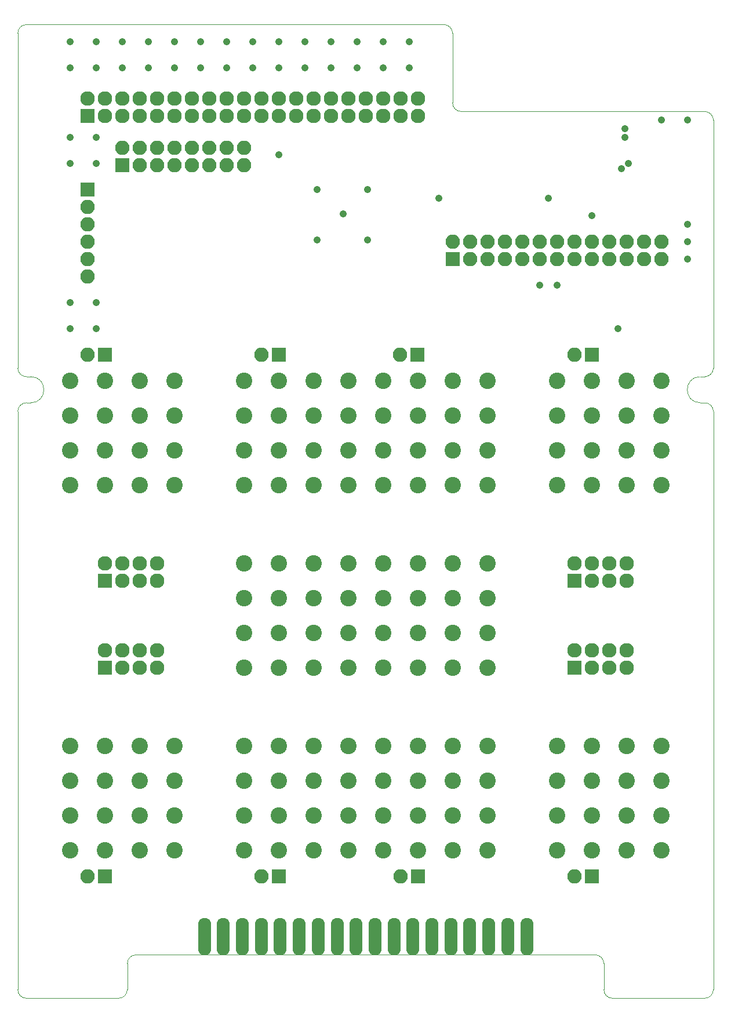
<source format=gbs>
G04 #@! TF.FileFunction,Soldermask,Bot*
%FSLAX46Y46*%
G04 Gerber Fmt 4.6, Leading zero omitted, Abs format (unit mm)*
G04 Created by KiCad (PCBNEW 4.0.7) date Monday, June 18, 2018 'PMt' 03:40:44 PM*
%MOMM*%
%LPD*%
G01*
G04 APERTURE LIST*
%ADD10C,0.020000*%
%ADD11C,0.100000*%
%ADD12O,1.924000X5.480000*%
%ADD13C,1.060400*%
%ADD14C,2.400000*%
%ADD15R,2.127200X2.127200*%
%ADD16O,2.127200X2.127200*%
%ADD17R,2.100000X2.100000*%
%ADD18O,2.100000X2.100000*%
G04 APERTURE END LIST*
D10*
D11*
X36068000Y-88900000D02*
X49530000Y-88900000D01*
X34798000Y-83820000D02*
X34798000Y-87630000D01*
X-33528000Y-82550000D02*
X33528000Y-82550000D01*
X-34798000Y-83820000D02*
X-34798000Y-87630000D01*
X34798000Y-83820000D02*
G75*
G03X33528000Y-82550000I-1270000J0D01*
G01*
X34798000Y-87630000D02*
G75*
G03X36068000Y-88900000I1270000J0D01*
G01*
X-33530217Y-82550002D02*
G75*
G03X-34798000Y-83820000I2217J-1269998D01*
G01*
X-34798000Y-87630000D02*
G75*
G02X-36068000Y-88900000I-1270000J0D01*
G01*
X-50800000Y-3175000D02*
G75*
G02X-49530000Y-1905000I1270000J0D01*
G01*
X-49530000Y-1905000D02*
X-48895000Y-1905000D01*
X-48895000Y1905000D02*
G75*
G02X-48895000Y-1905000I0J-1905000D01*
G01*
X-48895000Y1905000D02*
X-49530000Y1905000D01*
X-49530000Y1905000D02*
G75*
G02X-50800000Y3175000I0J1270000D01*
G01*
X-50800000Y52070000D02*
X-50800000Y3175000D01*
X-50800000Y52070000D02*
G75*
G02X-49530000Y53340000I1270000J0D01*
G01*
X11430000Y53340000D02*
X-49530000Y53340000D01*
X11430000Y53340000D02*
G75*
G02X12700000Y52070000I0J-1270000D01*
G01*
X12700000Y52070000D02*
X12700000Y41910000D01*
X13970000Y40640000D02*
G75*
G02X12700000Y41910000I0J1270000D01*
G01*
X13970000Y40640000D02*
X49530000Y40640000D01*
X49530000Y40640000D02*
G75*
G02X50800000Y39370000I0J-1270000D01*
G01*
X50800000Y3175000D02*
X50800000Y39370000D01*
X50800000Y3175000D02*
G75*
G02X49530000Y1905000I-1270000J0D01*
G01*
X48895000Y1905000D02*
X49530000Y1905000D01*
X48895000Y-1905000D02*
G75*
G02X48895000Y1905000I0J1905000D01*
G01*
X49530000Y-1905000D02*
X48895000Y-1905000D01*
X49530000Y-1905000D02*
G75*
G02X50800000Y-3175000I0J-1270000D01*
G01*
X50800000Y-87630000D02*
X50800000Y-3175000D01*
X50800000Y-87630000D02*
G75*
G02X49530000Y-88900000I-1270000J0D01*
G01*
X-49530000Y-88900000D02*
X-36068000Y-88900000D01*
X-49530000Y-88900000D02*
G75*
G02X-50800000Y-87630000I0J1270000D01*
G01*
X-50800000Y-3175000D02*
X-50800000Y-87630000D01*
D12*
X15227300Y-79862766D03*
X23533100Y-79862766D03*
X20764500Y-79862766D03*
X17995900Y-79862766D03*
X12458700Y-79862766D03*
X1384300Y-79862766D03*
X9690100Y-79862766D03*
X6921500Y-79862766D03*
X4152900Y-79862766D03*
X-1384300Y-79862766D03*
X-12458700Y-79862766D03*
X-4152900Y-79862766D03*
X-6921500Y-79862766D03*
X-9690100Y-79862766D03*
X-15227300Y-79862766D03*
X-23533100Y-79862766D03*
X-17995900Y-79862766D03*
X-20764500Y-79862766D03*
D13*
X38354000Y33020000D03*
X37846000Y38100000D03*
X37846000Y36830000D03*
X37338000Y32258000D03*
X36830000Y8890000D03*
X-12700000Y34290000D03*
X-43180000Y8890000D03*
X-39370000Y8890000D03*
X-39370000Y12700000D03*
X-43180000Y12700000D03*
X-39370000Y33020000D03*
X-43180000Y36830000D03*
X-39370000Y36830000D03*
X-43180000Y33020000D03*
X-5080000Y46990000D03*
X2540000Y46990000D03*
X6350000Y46990000D03*
X-8890000Y46990000D03*
X-1270000Y46990000D03*
X-35560000Y46990000D03*
X-31750000Y46990000D03*
X-39370000Y46990000D03*
X-27940000Y46990000D03*
X-20320000Y46990000D03*
X-43180000Y46990000D03*
X-24130000Y46990000D03*
X-12700000Y46990000D03*
X-16510000Y46990000D03*
X6350000Y50800000D03*
X2540000Y50800000D03*
X-5080000Y50800000D03*
X-8890000Y50800000D03*
X-12700000Y50800000D03*
X-16510000Y50800000D03*
X-1270000Y50800000D03*
X-20320000Y50800000D03*
X-24130000Y50800000D03*
X-27940000Y50800000D03*
X-31750000Y50800000D03*
X-35560000Y50800000D03*
X-39370000Y50800000D03*
X-43180000Y50800000D03*
X10668000Y27940000D03*
X25400000Y15240000D03*
X27940000Y15240000D03*
X46990000Y19050000D03*
X46990000Y21590000D03*
X46990000Y24130000D03*
X46990000Y39370000D03*
X43180000Y39370000D03*
X26670000Y27940000D03*
X33020000Y25400000D03*
X-7112000Y29210000D03*
X254000Y29210000D03*
X254000Y21844000D03*
X-7112000Y21844000D03*
D14*
X12700000Y-40640000D03*
X12700000Y-35560000D03*
X12700000Y-30480000D03*
X12700000Y-25400000D03*
X7620000Y-40640000D03*
X7620000Y-35560000D03*
X7620000Y-30480000D03*
X7620000Y-25400000D03*
X-2540000Y-25400000D03*
X-2540000Y-30480000D03*
X-2540000Y-35560000D03*
X-2540000Y-40640000D03*
X2540000Y-40640000D03*
X2540000Y-35560000D03*
X2540000Y-30480000D03*
X2540000Y-25400000D03*
D15*
X30480000Y-27940000D03*
D16*
X30480000Y-25400000D03*
X33020000Y-27940000D03*
X33020000Y-25400000D03*
X35560000Y-27940000D03*
X35560000Y-25400000D03*
X38100000Y-27940000D03*
X38100000Y-25400000D03*
D15*
X-38100000Y-27940000D03*
D16*
X-38100000Y-25400000D03*
X-35560000Y-27940000D03*
X-35560000Y-25400000D03*
X-33020000Y-27940000D03*
X-33020000Y-25400000D03*
X-30480000Y-27940000D03*
X-30480000Y-25400000D03*
D14*
X-43180000Y-13970000D03*
X-43180000Y-8890000D03*
X-43180000Y-3810000D03*
X-43180000Y1270000D03*
X-7620000Y-13970000D03*
X-7620000Y-8890000D03*
X-7620000Y-3810000D03*
X-7620000Y1270000D03*
X7620000Y-13970000D03*
X7620000Y-8890000D03*
X7620000Y-3810000D03*
X7620000Y1270000D03*
X2540000Y-13970000D03*
X2540000Y-8890000D03*
X2540000Y-3810000D03*
X2540000Y1270000D03*
X33020000Y-13970000D03*
X33020000Y-8890000D03*
X33020000Y-3810000D03*
X33020000Y1270000D03*
X27940000Y-13970000D03*
X27940000Y-8890000D03*
X27940000Y-3810000D03*
X27940000Y1270000D03*
X43180000Y-13970000D03*
X43180000Y-8890000D03*
X43180000Y-3810000D03*
X43180000Y1270000D03*
X38100000Y-13970000D03*
X38100000Y-8890000D03*
X38100000Y-3810000D03*
X38100000Y1270000D03*
X17780000Y-13970000D03*
X17780000Y-8890000D03*
X17780000Y-3810000D03*
X17780000Y1270000D03*
X12700000Y-13970000D03*
X12700000Y-8890000D03*
X12700000Y-3810000D03*
X12700000Y1270000D03*
X-2540000Y-13970000D03*
X-2540000Y-8890000D03*
X-2540000Y-3810000D03*
X-2540000Y1270000D03*
X-12700000Y-13970000D03*
X-12700000Y-8890000D03*
X-12700000Y-3810000D03*
X-12700000Y1270000D03*
X-17780000Y-13970000D03*
X-17780000Y-8890000D03*
X-17780000Y-3810000D03*
X-17780000Y1270000D03*
X-27940000Y-13970000D03*
X-27940000Y-8890000D03*
X-27940000Y-3810000D03*
X-27940000Y1270000D03*
X-33020000Y-13970000D03*
X-33020000Y-8890000D03*
X-33020000Y-3810000D03*
X-33020000Y1270000D03*
X-38100000Y-13970000D03*
X-38100000Y-8890000D03*
X-38100000Y-3810000D03*
X-38100000Y1270000D03*
X-17780000Y-25400000D03*
X-17780000Y-30480000D03*
X-17780000Y-35560000D03*
X-17780000Y-40640000D03*
X-12700000Y-25400000D03*
X-12700000Y-30480000D03*
X-12700000Y-35560000D03*
X-12700000Y-40640000D03*
X-7620000Y-25400000D03*
X-7620000Y-30480000D03*
X-7620000Y-35560000D03*
X-7620000Y-40640000D03*
D17*
X-40640000Y29210000D03*
D18*
X-40640000Y26670000D03*
X-40640000Y24130000D03*
X-40640000Y21590000D03*
X-40640000Y19050000D03*
X-40640000Y16510000D03*
D14*
X17780000Y-40640000D03*
X17780000Y-35560000D03*
X17780000Y-30480000D03*
X17780000Y-25400000D03*
X43180000Y-52070000D03*
X43180000Y-57150000D03*
X43180000Y-62230000D03*
X43180000Y-67310000D03*
X38100000Y-52070000D03*
X38100000Y-57150000D03*
X38100000Y-62230000D03*
X38100000Y-67310000D03*
X33020000Y-52070000D03*
X33020000Y-57150000D03*
X33020000Y-62230000D03*
X33020000Y-67310000D03*
X27940000Y-52070000D03*
X27940000Y-57150000D03*
X27940000Y-62230000D03*
X27940000Y-67310000D03*
X17780000Y-52070000D03*
X17780000Y-57150000D03*
X17780000Y-62230000D03*
X17780000Y-67310000D03*
X12700000Y-52070000D03*
X12700000Y-57150000D03*
X12700000Y-62230000D03*
X12700000Y-67310000D03*
X7620000Y-52070000D03*
X7620000Y-57150000D03*
X7620000Y-62230000D03*
X7620000Y-67310000D03*
X2540000Y-52070000D03*
X2540000Y-57150000D03*
X2540000Y-62230000D03*
X2540000Y-67310000D03*
X-2540000Y-52070000D03*
X-2540000Y-57150000D03*
X-2540000Y-62230000D03*
X-2540000Y-67310000D03*
X-7620000Y-52070000D03*
X-7620000Y-57150000D03*
X-7620000Y-62230000D03*
X-7620000Y-67310000D03*
X-12700000Y-52070000D03*
X-12700000Y-57150000D03*
X-12700000Y-62230000D03*
X-12700000Y-67310000D03*
X-17780000Y-52070000D03*
X-17780000Y-57150000D03*
X-17780000Y-62230000D03*
X-17780000Y-67310000D03*
X-27940000Y-52070000D03*
X-27940000Y-57150000D03*
X-27940000Y-62230000D03*
X-27940000Y-67310000D03*
X-33020000Y-52070000D03*
X-33020000Y-57150000D03*
X-33020000Y-62230000D03*
X-33020000Y-67310000D03*
X-38100000Y-52070000D03*
X-38100000Y-57150000D03*
X-38100000Y-62230000D03*
X-38100000Y-67310000D03*
X-43180000Y-52070000D03*
X-43180000Y-57150000D03*
X-43180000Y-62230000D03*
X-43180000Y-67310000D03*
D15*
X-40640000Y39992300D03*
D16*
X-40640000Y42532300D03*
X-38100000Y39992300D03*
X-38100000Y42532300D03*
X-35560000Y39992300D03*
X-35560000Y42532300D03*
X-33020000Y39992300D03*
X-33020000Y42532300D03*
X-30480000Y39992300D03*
X-30480000Y42532300D03*
X-27940000Y39992300D03*
X-27940000Y42532300D03*
X-25400000Y39992300D03*
X-25400000Y42532300D03*
X-22860000Y39992300D03*
X-22860000Y42532300D03*
X-20320000Y39992300D03*
X-20320000Y42532300D03*
X-17780000Y39992300D03*
X-17780000Y42532300D03*
X-15240000Y39992300D03*
X-15240000Y42532300D03*
X-12700000Y39992300D03*
X-12700000Y42532300D03*
X-10160000Y39992300D03*
X-10160000Y42532300D03*
X-7620000Y39992300D03*
X-7620000Y42532300D03*
X-5080000Y39992300D03*
X-5080000Y42532300D03*
X-2540000Y39992300D03*
X-2540000Y42532300D03*
X0Y39992300D03*
X0Y42532300D03*
X2540000Y39992300D03*
X2540000Y42532300D03*
X5080000Y39992300D03*
X5080000Y42532300D03*
X7620000Y39992300D03*
X7620000Y42532300D03*
D17*
X-35560000Y32766000D03*
D18*
X-35560000Y35306000D03*
X-33020000Y32766000D03*
X-33020000Y35306000D03*
X-30480000Y32766000D03*
X-30480000Y35306000D03*
X-27940000Y32766000D03*
X-27940000Y35306000D03*
X-25400000Y32766000D03*
X-25400000Y35306000D03*
X-22860000Y32766000D03*
X-22860000Y35306000D03*
X-20320000Y32766000D03*
X-20320000Y35306000D03*
X-17780000Y32766000D03*
X-17780000Y35306000D03*
D15*
X-38100000Y-40640000D03*
D16*
X-38100000Y-38100000D03*
X-35560000Y-40640000D03*
X-35560000Y-38100000D03*
X-33020000Y-40640000D03*
X-33020000Y-38100000D03*
X-30480000Y-40640000D03*
X-30480000Y-38100000D03*
D15*
X30480000Y-40640000D03*
D16*
X30480000Y-38100000D03*
X33020000Y-40640000D03*
X33020000Y-38100000D03*
X35560000Y-40640000D03*
X35560000Y-38100000D03*
X38100000Y-40640000D03*
X38100000Y-38100000D03*
D17*
X33020000Y5080000D03*
D18*
X30480000Y5080000D03*
D17*
X7605000Y5080000D03*
D18*
X5065000Y5080000D03*
D17*
X-12700000Y5080000D03*
D18*
X-15240000Y5080000D03*
D17*
X-38100000Y5080000D03*
D18*
X-40640000Y5080000D03*
D17*
X33020000Y-71120000D03*
D18*
X30480000Y-71120000D03*
D17*
X7620000Y-71120000D03*
D18*
X5080000Y-71120000D03*
D17*
X-12700000Y-71120000D03*
D18*
X-15240000Y-71120000D03*
D17*
X-38100000Y-71120000D03*
D18*
X-40640000Y-71120000D03*
D17*
X12700000Y19050000D03*
D18*
X12700000Y21590000D03*
X15240000Y19050000D03*
X15240000Y21590000D03*
X17780000Y19050000D03*
X17780000Y21590000D03*
X20320000Y19050000D03*
X20320000Y21590000D03*
X22860000Y19050000D03*
X22860000Y21590000D03*
X25400000Y19050000D03*
X25400000Y21590000D03*
X27940000Y19050000D03*
X27940000Y21590000D03*
X30480000Y19050000D03*
X30480000Y21590000D03*
X33020000Y19050000D03*
X33020000Y21590000D03*
X35560000Y19050000D03*
X35560000Y21590000D03*
X38100000Y19050000D03*
X38100000Y21590000D03*
X40640000Y19050000D03*
X40640000Y21590000D03*
X43180000Y19050000D03*
X43180000Y21590000D03*
D13*
X-3302000Y25654000D03*
M02*

</source>
